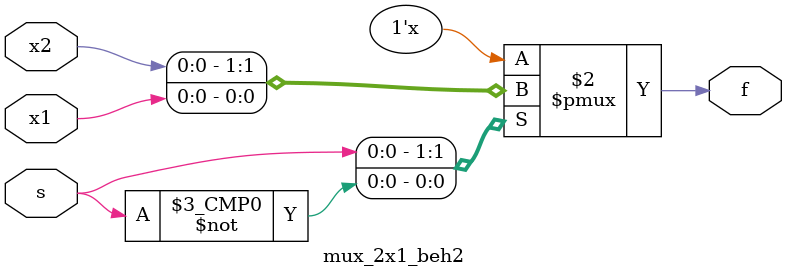
<source format=v>
`timescale 1ns / 1ps

//BEHAVIOURAL modelling part 2
module mux_2x1_beh2(
    input x1,
    input x2,
    input s,
    output reg f
    );
    //Can also use case statements
always @(x1, x2, s)
begin

case(s)
    1'b1: f = x2;
    1'b0: f = x1;
    default: f = 1'bx;
endcase
end
endmodule

</source>
